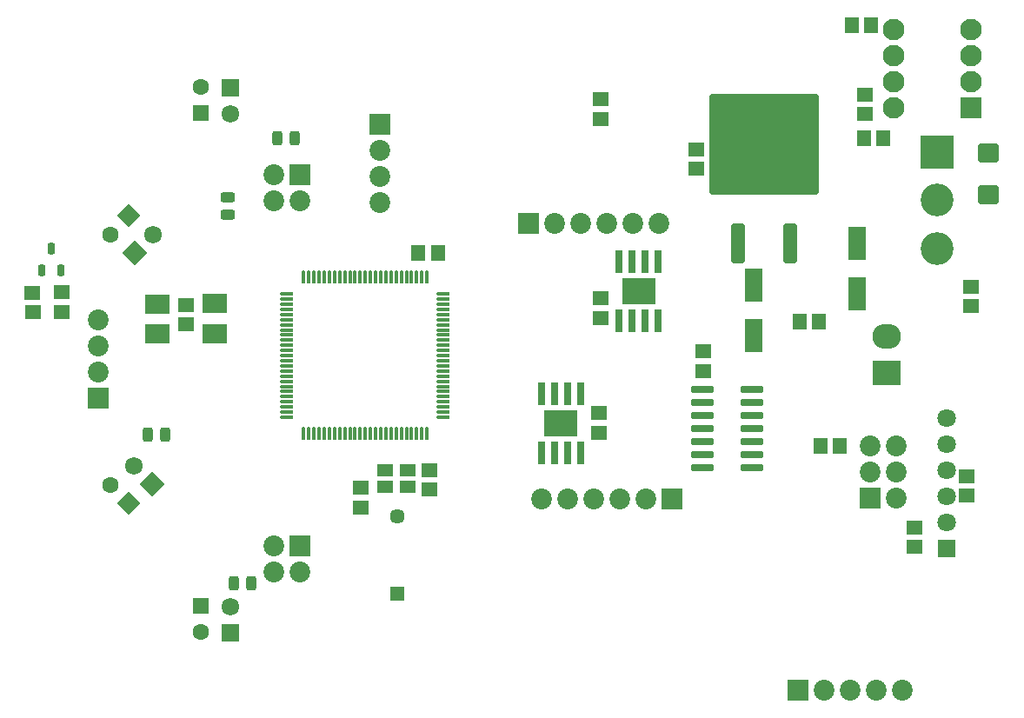
<source format=gbr>
G04 DipTrace 5.1.0.3*
G04 Íèæíÿÿìàñêà.gbr*
%MOMM*%
G04 #@! TF.FileFunction,Soldermask,Bot*
G04 #@! TF.Part,Single*
%AMOUTLINE1*
4,1,28,
1.04997,0.57,
1.05003,-0.56989,
1.03739,-0.66594,
0.99906,-0.75849,
0.93808,-0.83798,
0.8586,-0.89897,
0.76604,-0.93731,
0.67,-0.94996,
-0.66989,-0.95004,
-0.76594,-0.9374,
-0.8585,-0.89906,
-0.93798,-0.83808,
-0.99897,-0.7586,
-1.03732,-0.66605,
-1.04997,-0.57,
-1.05003,0.56989,
-1.03739,0.66594,
-0.99906,0.75849,
-0.93808,0.83798,
-0.8586,0.89897,
-0.76604,0.93731,
-0.67,0.94996,
0.66989,0.95004,
0.76594,0.9374,
0.8585,0.89906,
0.93798,0.83808,
0.99897,0.7586,
1.03732,0.66605,
1.04997,0.57,
0*%
%AMOUTLINE4*
4,1,28,
-1.04997,-0.57,
-1.05003,0.56989,
-1.03739,0.66594,
-0.99906,0.75849,
-0.93808,0.83798,
-0.8586,0.89897,
-0.76604,0.93731,
-0.67,0.94996,
0.66989,0.95004,
0.76594,0.9374,
0.8585,0.89906,
0.93798,0.83808,
0.99897,0.7586,
1.03732,0.66605,
1.04997,0.57,
1.05003,-0.56989,
1.03739,-0.66594,
0.99906,-0.75849,
0.93808,-0.83798,
0.8586,-0.89897,
0.76604,-0.93731,
0.67,-0.94996,
-0.66989,-0.95004,
-0.76594,-0.9374,
-0.8585,-0.89906,
-0.93798,-0.83808,
-0.99897,-0.7586,
-1.03732,-0.66605,
-1.04997,-0.57,
0*%
%AMOUTLINE7*
4,1,4,
0.00002,-1.13137,
-1.13137,-0.00002,
-0.00002,1.13137,
1.13137,0.00002,
0.00002,-1.13137,
0*%
%AMOUTLINE10*
4,1,4,
1.13137,0.0,
0.0,-1.13137,
-1.13137,0.0,
0.0,1.13137,
1.13137,0.0,
0*%
%AMOUTLINE13*
4,1,28,
0.64987,1.66833,
0.65013,-1.66823,
0.64033,-1.74271,
0.61032,-1.81517,
0.56258,-1.87739,
0.50036,-1.92514,
0.42791,-1.95516,
0.35343,-1.96497,
-0.35313,-1.96503,
-0.42761,-1.95523,
-0.50007,-1.92522,
-0.56229,-1.87748,
-0.61004,-1.81526,
-0.64006,-1.74281,
-0.64987,-1.66833,
-0.65013,1.66823,
-0.64033,1.74271,
-0.61032,1.81517,
-0.56258,1.87739,
-0.50036,1.92514,
-0.42791,1.95516,
-0.35343,1.96497,
0.35313,1.96503,
0.42761,1.95523,
0.50007,1.92522,
0.56229,1.87748,
0.61004,1.81526,
0.64006,1.74281,
0.64987,1.66833,
0*%
%AMOUTLINE16*
4,1,28,
-5.31965,-4.61868,
-5.32035,4.61787,
-5.31055,4.69235,
-5.28054,4.76481,
-5.2328,4.82704,
-5.17059,4.87479,
-5.09813,4.90481,
-5.02365,4.91462,
5.0229,4.91538,
5.09738,4.90558,
5.16984,4.87558,
5.23207,4.82784,
5.27982,4.76562,
5.30984,4.69316,
5.31965,4.61868,
5.32035,-4.61787,
5.31055,-4.69235,
5.28054,-4.76481,
5.2328,-4.82704,
5.17059,-4.87479,
5.09813,-4.90481,
5.02365,-4.91462,
-5.0229,-4.91538,
-5.09738,-4.90558,
-5.16984,-4.87558,
-5.23207,-4.82784,
-5.27982,-4.76562,
-5.30984,-4.69316,
-5.31965,-4.61868,
0*%
%AMOUTLINE19*
4,1,4,
0.0,1.21622,
1.21622,0.0,
0.0,-1.21622,
-1.21622,0.0,
0.0,1.21622,
0*%
%AMOUTLINE22*
4,1,4,
1.21622,0.00003,
0.00003,-1.21622,
-1.21622,-0.00003,
-0.00003,1.21622,
1.21622,0.00003,
0*%
%AMOUTLINE25*
4,1,28,
-0.15828,0.555,
0.15828,0.555,
0.20688,0.5486,
0.25522,0.52858,
0.29673,0.49673,
0.32858,0.45522,
0.3486,0.40688,
0.355,0.35828,
0.355,-0.35828,
0.3486,-0.40688,
0.32858,-0.45522,
0.29673,-0.49673,
0.25522,-0.52858,
0.20688,-0.5486,
0.15828,-0.555,
-0.15828,-0.555,
-0.20688,-0.5486,
-0.25522,-0.52858,
-0.29673,-0.49673,
-0.32858,-0.45522,
-0.3486,-0.40688,
-0.355,-0.35828,
-0.355,0.35828,
-0.3486,0.40688,
-0.32858,0.45522,
-0.29673,0.49673,
-0.25522,0.52858,
-0.20688,0.5486,
-0.15828,0.555,
0*%
%AMOUTLINE28*
4,1,28,
0.15828,-0.555,
-0.15828,-0.555,
-0.20688,-0.5486,
-0.25522,-0.52858,
-0.29673,-0.49673,
-0.32858,-0.45522,
-0.3486,-0.40688,
-0.355,-0.35828,
-0.355,0.35828,
-0.3486,0.40688,
-0.32858,0.45522,
-0.29673,0.49673,
-0.25522,0.52858,
-0.20688,0.5486,
-0.15828,0.555,
0.15828,0.555,
0.20688,0.5486,
0.25522,0.52858,
0.29673,0.49673,
0.32858,0.45522,
0.3486,0.40688,
0.355,0.35828,
0.355,-0.35828,
0.3486,-0.40688,
0.32858,-0.45522,
0.29673,-0.49673,
0.25522,-0.52858,
0.20688,-0.5486,
0.15828,-0.555,
0*%
%AMOUTLINE37*
4,1,28,
-0.2233,0.70999,
0.22326,0.71001,
0.28997,0.70123,
0.3552,0.67421,
0.41121,0.63124,
0.45418,0.57523,
0.4812,0.51001,
0.48999,0.44329,
0.49001,-0.44326,
0.48123,-0.50998,
0.45422,-0.5752,
0.41124,-0.63121,
0.35524,-0.67419,
0.29001,-0.70121,
0.2233,-0.70999,
-0.22326,-0.71001,
-0.28997,-0.70123,
-0.3552,-0.67421,
-0.41121,-0.63124,
-0.45418,-0.57523,
-0.4812,-0.51001,
-0.48999,-0.44329,
-0.49001,0.44326,
-0.48123,0.50998,
-0.45422,0.5752,
-0.41124,0.63121,
-0.35524,0.67419,
-0.29001,0.70121,
-0.2233,0.70999,
0*%
%AMOUTLINE40*
4,1,28,
0.2233,-0.70999,
-0.22326,-0.71001,
-0.28997,-0.70123,
-0.3552,-0.67421,
-0.41121,-0.63124,
-0.45418,-0.57523,
-0.4812,-0.51001,
-0.48999,-0.44329,
-0.49001,0.44326,
-0.48123,0.50998,
-0.45422,0.5752,
-0.41124,0.63121,
-0.35524,0.67419,
-0.29001,0.70121,
-0.2233,0.70999,
0.22326,0.71001,
0.28997,0.70123,
0.3552,0.67421,
0.41121,0.63124,
0.45418,0.57523,
0.4812,0.51001,
0.48999,0.44329,
0.49001,-0.44326,
0.48123,-0.50998,
0.45422,-0.5752,
0.41124,-0.63121,
0.35524,-0.67419,
0.29001,-0.70121,
0.2233,-0.70999,
0*%
%AMOUTLINE43*
4,1,28,
0.70999,0.22331,
0.71001,-0.22325,
0.70123,-0.28996,
0.67421,-0.35519,
0.63124,-0.4112,
0.57523,-0.45418,
0.51001,-0.4812,
0.4433,-0.48998,
-0.44326,-0.49002,
-0.50997,-0.48124,
-0.5752,-0.45422,
-0.63121,-0.41125,
-0.67419,-0.35524,
-0.7012,-0.29002,
-0.70999,-0.22331,
-0.71001,0.22325,
-0.70123,0.28996,
-0.67421,0.35519,
-0.63124,0.4112,
-0.57523,0.45418,
-0.51001,0.4812,
-0.4433,0.48998,
0.44326,0.49002,
0.50997,0.48124,
0.5752,0.45422,
0.63121,0.41125,
0.67419,0.35524,
0.7012,0.29002,
0.70999,0.22331,
0*%
%AMOUTLINE46*
4,1,28,
-0.70999,-0.22331,
-0.71001,0.22325,
-0.70123,0.28996,
-0.67421,0.35519,
-0.63124,0.4112,
-0.57523,0.45418,
-0.51001,0.4812,
-0.4433,0.48998,
0.44326,0.49002,
0.50997,0.48124,
0.5752,0.45422,
0.63121,0.41125,
0.67419,0.35524,
0.7012,0.29002,
0.70999,0.22331,
0.71001,-0.22325,
0.70123,-0.28996,
0.67421,-0.35519,
0.63124,-0.4112,
0.57523,-0.45418,
0.51001,-0.4812,
0.4433,-0.48998,
-0.44326,-0.49002,
-0.50997,-0.48124,
-0.5752,-0.45422,
-0.63121,-0.41125,
-0.67419,-0.35524,
-0.7012,-0.29002,
-0.70999,-0.22331,
0*%
%AMOUTLINE49*
4,1,28,
-0.635,-0.07328,
-0.635,0.07328,
-0.63099,0.10376,
-0.61796,0.13522,
-0.59723,0.16223,
-0.57022,0.18296,
-0.53876,0.19599,
-0.50828,0.2,
0.50828,0.2,
0.53876,0.19599,
0.57022,0.18296,
0.59723,0.16223,
0.61796,0.13522,
0.63099,0.10376,
0.635,0.07328,
0.635,-0.07328,
0.63099,-0.10376,
0.61796,-0.13522,
0.59723,-0.16223,
0.57022,-0.18296,
0.53876,-0.19599,
0.50828,-0.2,
-0.50828,-0.2,
-0.53876,-0.19599,
-0.57022,-0.18296,
-0.59723,-0.16223,
-0.61796,-0.13522,
-0.63099,-0.10376,
-0.635,-0.07328,
0*%
%AMOUTLINE52*
4,1,28,
-0.07328,0.635,
0.07328,0.635,
0.10376,0.63099,
0.13522,0.61796,
0.16223,0.59723,
0.18296,0.57022,
0.19599,0.53876,
0.2,0.50828,
0.2,-0.50828,
0.19599,-0.53876,
0.18296,-0.57022,
0.16223,-0.59723,
0.13522,-0.61796,
0.10376,-0.63099,
0.07328,-0.635,
-0.07328,-0.635,
-0.10376,-0.63099,
-0.13522,-0.61796,
-0.16223,-0.59723,
-0.18296,-0.57022,
-0.19599,-0.53876,
-0.2,-0.50828,
-0.2,0.50828,
-0.19599,0.53876,
-0.18296,0.57022,
-0.16223,0.59723,
-0.13522,0.61796,
-0.10376,0.63099,
-0.07328,0.635,
0*%
%AMOUTLINE55*
4,1,28,
0.635,0.07328,
0.635,-0.07328,
0.63099,-0.10376,
0.61796,-0.13522,
0.59723,-0.16223,
0.57022,-0.18296,
0.53876,-0.19599,
0.50828,-0.2,
-0.50828,-0.2,
-0.53876,-0.19599,
-0.57022,-0.18296,
-0.59723,-0.16223,
-0.61796,-0.13522,
-0.63099,-0.10376,
-0.635,-0.07328,
-0.635,0.07328,
-0.63099,0.10376,
-0.61796,0.13522,
-0.59723,0.16223,
-0.57022,0.18296,
-0.53876,0.19599,
-0.50828,0.2,
0.50828,0.2,
0.53876,0.19599,
0.57022,0.18296,
0.59723,0.16223,
0.61796,0.13522,
0.63099,0.10376,
0.635,0.07328,
0*%
%AMOUTLINE58*
4,1,28,
0.07328,-0.635,
-0.07328,-0.635,
-0.10376,-0.63099,
-0.13522,-0.61796,
-0.16223,-0.59723,
-0.18296,-0.57022,
-0.19599,-0.53876,
-0.2,-0.50828,
-0.2,0.50828,
-0.19599,0.53876,
-0.18296,0.57022,
-0.16223,0.59723,
-0.13522,0.61796,
-0.10376,0.63099,
-0.07328,0.635,
0.07328,0.635,
0.10376,0.63099,
0.13522,0.61796,
0.16223,0.59723,
0.18296,0.57022,
0.19599,0.53876,
0.2,0.50828,
0.2,-0.50828,
0.19599,-0.53876,
0.18296,-0.57022,
0.16223,-0.59723,
0.13522,-0.61796,
0.10376,-0.63099,
0.07328,-0.635,
0*%
%AMOUTLINE61*
4,1,28,
-1.075,-0.16828,
-1.075,0.16828,
-1.06826,0.21946,
-1.04724,0.27022,
-1.0138,0.3138,
-0.97022,0.34724,
-0.91946,0.36826,
-0.86828,0.375,
0.86828,0.375,
0.91946,0.36826,
0.97022,0.34724,
1.0138,0.3138,
1.04724,0.27022,
1.06826,0.21946,
1.075,0.16828,
1.075,-0.16828,
1.06826,-0.21946,
1.04724,-0.27022,
1.0138,-0.3138,
0.97022,-0.34724,
0.91946,-0.36826,
0.86828,-0.375,
-0.86828,-0.375,
-0.91946,-0.36826,
-0.97022,-0.34724,
-1.0138,-0.3138,
-1.04724,-0.27022,
-1.06826,-0.21946,
-1.075,-0.16828,
0*%
%AMOUTLINE64*
4,1,28,
1.075,0.16828,
1.075,-0.16828,
1.06826,-0.21946,
1.04724,-0.27022,
1.0138,-0.3138,
0.97022,-0.34724,
0.91946,-0.36826,
0.86828,-0.375,
-0.86828,-0.375,
-0.91946,-0.36826,
-0.97022,-0.34724,
-1.0138,-0.3138,
-1.04724,-0.27022,
-1.06826,-0.21946,
-1.075,-0.16828,
-1.075,0.16828,
-1.06826,0.21946,
-1.04724,0.27022,
-1.0138,0.3138,
-0.97022,0.34724,
-0.91946,0.36826,
-0.86828,0.375,
0.86828,0.375,
0.91946,0.36826,
0.97022,0.34724,
1.0138,0.3138,
1.04724,0.27022,
1.06826,0.21946,
1.075,0.16828,
0*%
%ADD58R,1.5X1.25*%
%ADD60R,3.2X2.5*%
%ADD62R,0.8X2.25*%
%ADD64C,3.2*%
%ADD66R,3.2X3.2*%
%ADD68C,2.1*%
%ADD70R,2.1X2.1*%
%ADD74R,1.72X1.72*%
%ADD76C,1.72*%
%ADD78C,1.45*%
%ADD80R,1.45X1.45*%
%ADD84C,1.6*%
%ADD86R,1.6X1.6*%
%ADD88R,2.35X1.9*%
%ADD90R,1.7X3.25*%
%ADD92R,1.6X1.4*%
%ADD94R,1.4X1.6*%
%ADD96C,2.02*%
%ADD98R,2.02X2.02*%
%ADD100C,1.8*%
%ADD101R,1.8X1.8*%
%ADD102O,2.8X2.4*%
%ADD104R,2.8X2.4*%
%ADD111OUTLINE1*%
%ADD114OUTLINE4*%
%ADD117OUTLINE7*%
%ADD120OUTLINE10*%
%ADD123OUTLINE13*%
%ADD126OUTLINE16*%
%ADD129OUTLINE19*%
%ADD132OUTLINE22*%
%ADD135OUTLINE25*%
%ADD138OUTLINE28*%
%ADD147OUTLINE37*%
%ADD150OUTLINE40*%
%ADD153OUTLINE43*%
%ADD156OUTLINE46*%
%ADD159OUTLINE49*%
%ADD162OUTLINE52*%
%ADD165OUTLINE55*%
%ADD168OUTLINE58*%
%ADD171OUTLINE61*%
%ADD174OUTLINE64*%
%FSLAX35Y35*%
G04*
G71*
G90*
G75*
G01*
G04 BotMask*
%LPD*%
D104*
X9640860Y4376447D3*
D102*
X9640854Y4726447D3*
D101*
X10231134Y2663970D3*
D100*
X10231126Y2917970D3*
X10231118Y3171970D3*
X10231109Y3425970D3*
X10231101Y3679970D3*
X10231092Y3933970D3*
D98*
X4705236Y6793662D3*
D96*
X4705250Y6539662D3*
X4705264Y6285662D3*
X4705278Y6031662D3*
D94*
X8794650Y4869156D3*
X8984650Y4869174D3*
D92*
X10464986Y5212597D3*
X10465004Y5022597D3*
D90*
X8346955Y5225480D3*
X8346979Y4735480D3*
X9355896Y5636023D3*
X9355912Y5146023D3*
D94*
X5273207Y5542036D3*
X5083207Y5542030D3*
D92*
X9915986Y2677387D3*
X9915979Y2867387D3*
X7852163Y4391620D3*
Y4581620D3*
D88*
X2537835Y5041263D3*
X2537840Y4751263D3*
X3097325Y5046363D3*
X3097348Y4756363D3*
D92*
X2821531Y5032863D3*
X2821546Y4842863D3*
X5189700Y3235380D3*
X5189692Y3425380D3*
X4524537Y3062263D3*
Y3252263D3*
D94*
X9189357Y3659300D3*
X8999357Y3659292D3*
D86*
X2964631Y2100163D3*
D84*
X2964641Y1846163D3*
D111*
X10636738Y6104620D3*
D114*
X10636715Y6516620D3*
D86*
X2964641Y6900163D3*
D84*
X2964633Y7154163D3*
D117*
X2258042Y3100762D3*
D84*
X2078434Y3280363D3*
D120*
X2258040Y5900567D3*
D84*
X2078435Y5720962D3*
D98*
X3924277Y2690733D3*
D96*
X3670277Y2690726D3*
X3924283Y2436733D3*
X3670283Y2436726D3*
D98*
X9484710Y3152167D3*
D96*
X9738710D3*
X9484710Y3406167D3*
X9738710D3*
X9484710Y3660167D3*
X9738710D3*
D98*
X3924237Y6306663D3*
D96*
X3670237D3*
X3924237Y6052663D3*
X3670237D3*
D98*
X7550610Y3142604D3*
D96*
X7296610Y3142598D3*
X7042610Y3142593D3*
X6788610Y3142587D3*
X6534610Y3142582D3*
X6280610Y3142576D3*
D123*
X8703275Y5631023D3*
X8195275Y5630984D3*
D126*
X8449201Y6596003D3*
D80*
X4875417Y2217843D3*
D78*
Y2977843D3*
D98*
X1964184Y4128074D3*
D96*
X1964179Y4382074D3*
X1964174Y4636074D3*
X1964170Y4890074D3*
D129*
X2491538Y3290461D3*
D76*
X2311933Y3470066D3*
D132*
X2319236Y5539460D3*
D76*
X2498837Y5719070D3*
D74*
X3249140Y1838063D3*
D76*
X3249133Y2092063D3*
D74*
X3249134Y7151863D3*
D76*
X3249139Y6897863D3*
D135*
X1601637Y5368563D3*
X1411637D3*
D138*
X1506637Y5579563D3*
D92*
X6843757Y3790367D3*
Y3980367D3*
X6855117Y5098737D3*
Y4908737D3*
D147*
X3453537Y2326967D3*
D150*
X3284537Y2326960D3*
D153*
X3227140Y5916963D3*
D156*
X3227133Y6085963D3*
D92*
X9429062Y7085353D3*
X9429071Y6895353D3*
D147*
X3876537Y6659468D3*
D150*
X3707537Y6659458D3*
D147*
X2615737Y3769566D3*
D150*
X2446737Y3769561D3*
D92*
X1605434Y5157963D3*
X1605440Y4967963D3*
X1324339Y4963763D3*
X1324334Y5153763D3*
D94*
X9422730Y6662144D3*
X9612730Y6662156D3*
D92*
X10424951Y3174453D3*
X10424943Y3364453D3*
X7787754Y6549873D3*
X7787760Y6359873D3*
X6860547Y7037857D3*
X6860553Y6847857D3*
D94*
X9490753Y7756127D3*
X9300753D3*
D98*
X6150754Y5827925D3*
D96*
X6404754Y5827932D3*
X6658754Y5827940D3*
X6912754Y5827947D3*
X7166754Y5827955D3*
X7420754Y5827962D3*
D70*
X10464706Y6953552D3*
D68*
X10464698Y7207552D3*
X10464739Y7461552D3*
X10464731Y7715552D3*
X9710431Y7715527D3*
X9710439Y7461527D3*
X9710448Y7207527D3*
X9710456Y6953527D3*
D66*
X10129747Y6526743D3*
D64*
Y6056743D3*
X10129746Y5586743D3*
D98*
X8782630Y1278540D3*
D96*
X9036630D3*
X9290630D3*
X9544630D3*
X9798630D3*
D62*
X6280627Y4166230D3*
X6407627D3*
X6534627D3*
X6661627D3*
Y3591230D3*
X6534627D3*
X6407627D3*
X6280627D3*
D60*
X6471127Y3878730D3*
D62*
X7419167Y4880840D3*
X7292167D3*
X7165167D3*
X7038167D3*
Y5455840D3*
X7165167D3*
X7292167D3*
X7419167D3*
D60*
X7228667Y5168340D3*
D159*
X5327710Y5140603D3*
Y5090603D3*
Y5040603D3*
Y4990603D3*
Y4940603D3*
Y4890603D3*
Y4840603D3*
Y4790603D3*
Y4740603D3*
Y4690603D3*
Y4640603D3*
Y4590603D3*
Y4540603D3*
Y4490603D3*
Y4440603D3*
Y4390603D3*
Y4340603D3*
Y4290603D3*
Y4240603D3*
Y4190603D3*
Y4140603D3*
Y4090603D3*
Y4040603D3*
Y3990603D3*
Y3940603D3*
D162*
X5165210Y3778103D3*
X5115210D3*
X5065210D3*
X5015210D3*
X4965210D3*
X4915210D3*
X4865210D3*
X4815210D3*
X4765210D3*
X4715210D3*
X4665210D3*
X4615210D3*
X4565210D3*
X4515210D3*
X4465210D3*
X4415210D3*
X4365210D3*
X4315210D3*
X4265210D3*
X4215210D3*
X4165210D3*
X4115210D3*
X4065210D3*
X4015210D3*
X3965210D3*
D165*
X3802710Y3940603D3*
Y3990603D3*
Y4040603D3*
Y4090603D3*
Y4140603D3*
Y4190603D3*
Y4240603D3*
Y4290603D3*
Y4340603D3*
Y4390603D3*
Y4440603D3*
Y4490603D3*
Y4540603D3*
Y4590603D3*
Y4640603D3*
Y4690603D3*
Y4740603D3*
Y4790603D3*
Y4840603D3*
Y4890603D3*
Y4940603D3*
Y4990603D3*
Y5040603D3*
Y5090603D3*
Y5140603D3*
D168*
X3965210Y5303103D3*
X4015210D3*
X4065210D3*
X4115210D3*
X4165210D3*
X4215210D3*
X4265210D3*
X4315210D3*
X4365210D3*
X4415210D3*
X4465210D3*
X4515210D3*
X4565210D3*
X4615210D3*
X4665210D3*
X4715210D3*
X4765210D3*
X4815210D3*
X4865210D3*
X4915210D3*
X4965210D3*
X5015210D3*
X5065210D3*
X5115210D3*
X5165210D3*
D171*
X8332293Y4209037D3*
Y4082037D3*
Y3955037D3*
Y3828037D3*
Y3701037D3*
Y3574037D3*
Y3447037D3*
D174*
X7845293D3*
Y3574037D3*
Y3701037D3*
Y3828037D3*
Y3955037D3*
Y4082037D3*
Y4209037D3*
D58*
X4754947Y3426927D3*
X4974947D3*
Y3266930D3*
X4754947D3*
M02*

</source>
